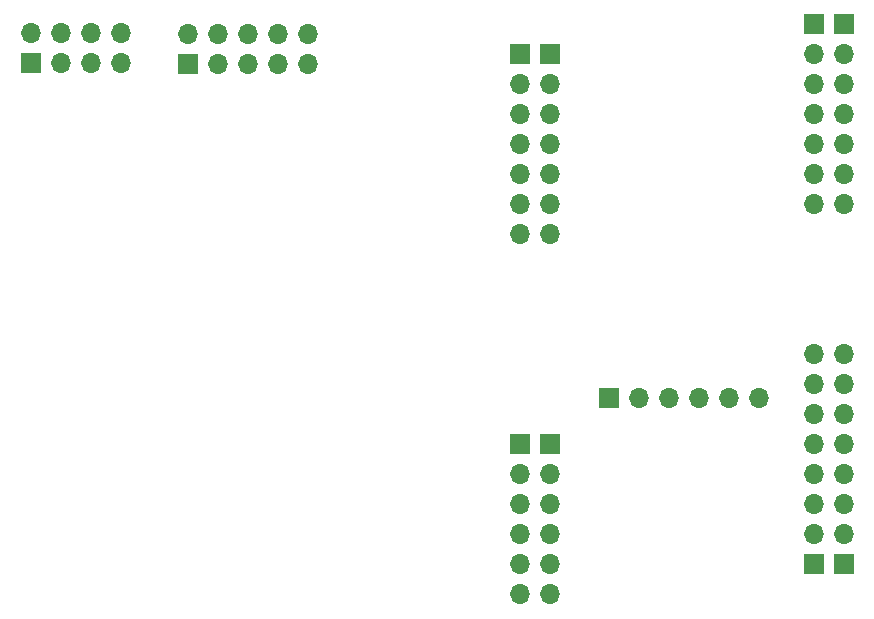
<source format=gbr>
%TF.GenerationSoftware,KiCad,Pcbnew,7.0.10*%
%TF.CreationDate,2024-04-04T23:26:05+02:00*%
%TF.ProjectId,serial-boomerang-shield,73657269-616c-42d6-926f-6f6d6572616e,v0.1*%
%TF.SameCoordinates,Original*%
%TF.FileFunction,Soldermask,Top*%
%TF.FilePolarity,Negative*%
%FSLAX46Y46*%
G04 Gerber Fmt 4.6, Leading zero omitted, Abs format (unit mm)*
G04 Created by KiCad (PCBNEW 7.0.10) date 2024-04-04 23:26:05*
%MOMM*%
%LPD*%
G01*
G04 APERTURE LIST*
%ADD10R,1.700000X1.700000*%
%ADD11O,1.700000X1.700000*%
G04 APERTURE END LIST*
D10*
%TO.C,U1*%
X52500000Y-34965000D03*
D11*
X55040000Y-34965000D03*
X57580000Y-34965000D03*
X60120000Y-34965000D03*
X62660000Y-34965000D03*
X65200000Y-34965000D03*
%TD*%
D10*
%TO.C,J7*%
X72412000Y-3302000D03*
D11*
X72412000Y-5842000D03*
X72412000Y-8382000D03*
X72412000Y-10922000D03*
X72412000Y-13462000D03*
X72412000Y-16002000D03*
X72412000Y-18542000D03*
%TD*%
D10*
%TO.C,J8*%
X44980000Y-5841200D03*
D11*
X44980000Y-8381200D03*
X44980000Y-10921200D03*
X44980000Y-13461200D03*
X44980000Y-16001200D03*
X44980000Y-18541200D03*
X44980000Y-21081200D03*
%TD*%
D10*
%TO.C,J10*%
X44980000Y-38835800D03*
D11*
X44980000Y-41375800D03*
X44980000Y-43915800D03*
X44980000Y-46455800D03*
X44980000Y-48995800D03*
X44980000Y-51535800D03*
%TD*%
D10*
%TO.C,J6*%
X47520000Y-38841600D03*
D11*
X47520000Y-41381600D03*
X47520000Y-43921600D03*
X47520000Y-46461600D03*
X47520000Y-49001600D03*
X47520000Y-51541600D03*
%TD*%
D10*
%TO.C,J5*%
X69872000Y-49022000D03*
D11*
X69872000Y-46482000D03*
X69872000Y-43942000D03*
X69872000Y-41402000D03*
X69872000Y-38862000D03*
X69872000Y-36322000D03*
X69872000Y-33782000D03*
X69872000Y-31242000D03*
%TD*%
D10*
%TO.C,J4*%
X47520000Y-5842000D03*
D11*
X47520000Y-8382000D03*
X47520000Y-10922000D03*
X47520000Y-13462000D03*
X47520000Y-16002000D03*
X47520000Y-18542000D03*
X47520000Y-21082000D03*
%TD*%
D10*
%TO.C,J1*%
X3588000Y-6604000D03*
D11*
X3588000Y-4064000D03*
X6128000Y-6604000D03*
X6128000Y-4064000D03*
X8668000Y-6604000D03*
X8668000Y-4064000D03*
X11208000Y-6604000D03*
X11208000Y-4064000D03*
%TD*%
D10*
%TO.C,J9*%
X72412000Y-49022000D03*
D11*
X72412000Y-46482000D03*
X72412000Y-43942000D03*
X72412000Y-41402000D03*
X72412000Y-38862000D03*
X72412000Y-36322000D03*
X72412000Y-33782000D03*
X72412000Y-31242000D03*
%TD*%
D10*
%TO.C,J3*%
X69872000Y-3302000D03*
D11*
X69872000Y-5842000D03*
X69872000Y-8382000D03*
X69872000Y-10922000D03*
X69872000Y-13462000D03*
X69872000Y-16002000D03*
X69872000Y-18542000D03*
%TD*%
D10*
%TO.C,J2*%
X16918000Y-6609000D03*
D11*
X16918000Y-4069000D03*
X19458000Y-6609000D03*
X19458000Y-4069000D03*
X21998000Y-6609000D03*
X21998000Y-4069000D03*
X24538000Y-6609000D03*
X24538000Y-4069000D03*
X27078000Y-6609000D03*
X27078000Y-4069000D03*
%TD*%
M02*

</source>
